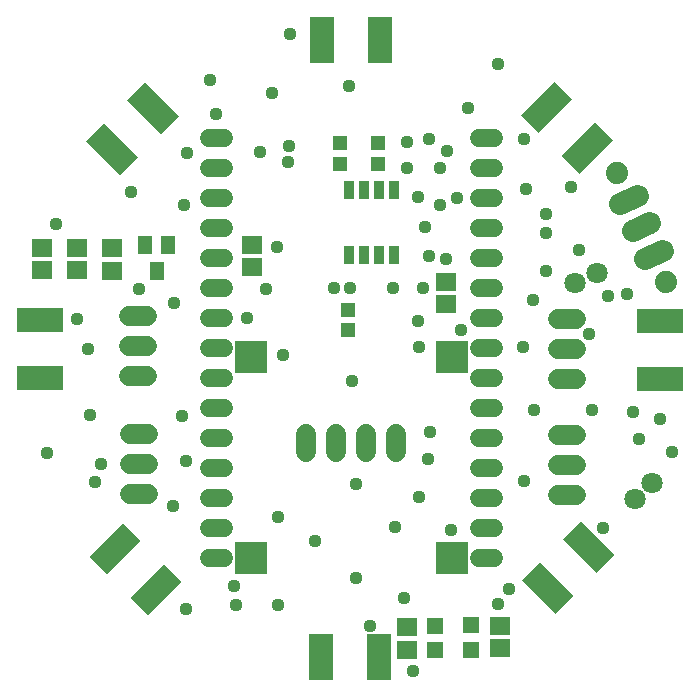
<source format=gbr>
G04 EAGLE Gerber RS-274X export*
G75*
%MOMM*%
%FSLAX34Y34*%
%LPD*%
%INSoldermask Top*%
%IPPOS*%
%AMOC8*
5,1,8,0,0,1.08239X$1,22.5*%
G01*
%ADD10C,1.727200*%
%ADD11R,2.133600X4.013200*%
%ADD12R,4.013200X2.133600*%
%ADD13C,1.511200*%
%ADD14R,2.743200X2.743200*%
%ADD15C,1.803200*%
%ADD16R,1.703200X1.503200*%
%ADD17R,0.903200X1.503200*%
%ADD18R,1.303200X1.203200*%
%ADD19R,1.203200X1.303200*%
%ADD20R,1.403200X1.403200*%
%ADD21C,1.853200*%
%ADD22C,1.879600*%
%ADD23R,1.203200X1.603200*%
%ADD24C,1.117600*%


D10*
X-65989Y322686D02*
X-50749Y322686D01*
X-50749Y297286D02*
X-65989Y297286D01*
X-65989Y271886D02*
X-50749Y271886D01*
X296418Y269566D02*
X311658Y269566D01*
X311658Y294966D02*
X296418Y294966D01*
X296418Y320366D02*
X311658Y320366D01*
X83869Y222654D02*
X83869Y207414D01*
X109269Y207414D02*
X109269Y222654D01*
X134669Y222654D02*
X134669Y207414D01*
X160069Y207414D02*
X160069Y222654D01*
X-50673Y171953D02*
X-65913Y171953D01*
X-65913Y197353D02*
X-50673Y197353D01*
X-50673Y222753D02*
X-65913Y222753D01*
X296880Y171100D02*
X312120Y171100D01*
X312120Y196500D02*
X296880Y196500D01*
X296880Y221900D02*
X312120Y221900D01*
D11*
X96765Y556736D03*
X145787Y556736D03*
D12*
G36*
X265177Y493059D02*
X293554Y521436D01*
X308641Y506349D01*
X280264Y477972D01*
X265177Y493059D01*
G37*
G36*
X299841Y458396D02*
X328218Y486773D01*
X343305Y471686D01*
X314928Y443309D01*
X299841Y458396D01*
G37*
X382884Y318460D03*
X382884Y269438D03*
G36*
X316125Y148998D02*
X344502Y120621D01*
X329415Y105534D01*
X301038Y133911D01*
X316125Y148998D01*
G37*
G36*
X281462Y114334D02*
X309839Y85957D01*
X294752Y70870D01*
X266375Y99247D01*
X281462Y114334D01*
G37*
D11*
X145218Y34449D03*
X96196Y34449D03*
D12*
G36*
X-22083Y97779D02*
X-50460Y69402D01*
X-65547Y84489D01*
X-37170Y112866D01*
X-22083Y97779D01*
G37*
G36*
X-56747Y132443D02*
X-85124Y104066D01*
X-100211Y119153D01*
X-71834Y147530D01*
X-56747Y132443D01*
G37*
X-141441Y270707D03*
X-141441Y319729D03*
G36*
X-74035Y442334D02*
X-102412Y470711D01*
X-87325Y485798D01*
X-58948Y457421D01*
X-74035Y442334D01*
G37*
G36*
X-39371Y476998D02*
X-67748Y505375D01*
X-52661Y520462D01*
X-24284Y492085D01*
X-39371Y476998D01*
G37*
D13*
X966Y473201D02*
X14046Y473201D01*
X14046Y447801D02*
X966Y447801D01*
X966Y422401D02*
X14046Y422401D01*
X14046Y397001D02*
X966Y397001D01*
X966Y371601D02*
X14046Y371601D01*
X14046Y346201D02*
X966Y346201D01*
X966Y320801D02*
X14046Y320801D01*
X14046Y295401D02*
X966Y295401D01*
X966Y270001D02*
X14046Y270001D01*
X14046Y244601D02*
X966Y244601D01*
X966Y219201D02*
X14046Y219201D01*
X14046Y193801D02*
X966Y193801D01*
X966Y168401D02*
X14046Y168401D01*
X14046Y143001D02*
X966Y143001D01*
X966Y117601D02*
X14046Y117601D01*
X229566Y473201D02*
X242646Y473201D01*
X242646Y447801D02*
X229566Y447801D01*
X229566Y422401D02*
X242646Y422401D01*
X242646Y397001D02*
X229566Y397001D01*
X229566Y371601D02*
X242646Y371601D01*
X242646Y346201D02*
X229566Y346201D01*
X229566Y320801D02*
X242646Y320801D01*
X242646Y295401D02*
X229566Y295401D01*
X229566Y270001D02*
X242646Y270001D01*
X242646Y244601D02*
X229566Y244601D01*
X229566Y219201D02*
X242646Y219201D01*
X242646Y193801D02*
X229566Y193801D01*
X229566Y168401D02*
X242646Y168401D01*
X242646Y143001D02*
X229566Y143001D01*
X229566Y117601D02*
X242646Y117601D01*
D14*
X36740Y118157D03*
X36740Y288337D03*
X206920Y118157D03*
X206920Y288337D03*
D15*
X329643Y359146D03*
X311386Y350980D03*
D16*
X37457Y383056D03*
X37457Y364056D03*
X-80420Y361060D03*
X-80420Y380060D03*
X-110270Y380770D03*
X-110270Y361770D03*
X-140380Y380670D03*
X-140380Y361670D03*
D17*
X144850Y374500D03*
X157550Y374500D03*
X132150Y374500D03*
X119450Y374500D03*
X144850Y429500D03*
X157550Y429500D03*
X132150Y429500D03*
X119450Y429500D03*
D16*
X169028Y59486D03*
X169028Y40486D03*
X247900Y60800D03*
X247900Y41800D03*
D18*
X144500Y469000D03*
X144500Y452000D03*
D19*
X119000Y328000D03*
X119000Y311000D03*
X112500Y452000D03*
X112500Y469000D03*
D20*
X192711Y39768D03*
X192711Y60768D03*
X222800Y40100D03*
X222800Y61100D03*
D21*
X370247Y371368D02*
X385321Y378079D01*
X374989Y401283D02*
X359916Y394572D01*
X349585Y417776D02*
X364658Y424487D01*
D22*
X388115Y351519D03*
X346790Y444335D03*
D23*
X-43000Y361000D03*
X-52500Y383000D03*
X-33500Y383000D03*
D16*
X201700Y351800D03*
X201700Y332800D03*
D15*
X362429Y167729D03*
X376571Y181871D03*
D24*
X159000Y144000D03*
X125500Y181000D03*
X206500Y142000D03*
X245700Y79300D03*
X255500Y92000D03*
X59500Y152500D03*
X214500Y311000D03*
X269500Y430500D03*
X178900Y296300D03*
X-95500Y182500D03*
X-18000Y200000D03*
X-101500Y294600D03*
X-99800Y238900D03*
X-58100Y345900D03*
X-20200Y417100D03*
X-17000Y461000D03*
X323300Y307900D03*
X326000Y243400D03*
X276200Y243100D03*
X383300Y235400D03*
X178000Y424000D03*
X169000Y448000D03*
X54500Y512000D03*
X267800Y472400D03*
X246200Y536100D03*
X2500Y522500D03*
X287000Y360600D03*
X220200Y498800D03*
X178700Y318500D03*
X-65000Y428000D03*
X122000Y267500D03*
X-28900Y162100D03*
X70000Y562000D03*
X-128100Y401100D03*
X334800Y143200D03*
X393400Y207800D03*
X211500Y422500D03*
X308200Y432100D03*
X169000Y470500D03*
X268200Y183000D03*
X58500Y381000D03*
X360600Y241400D03*
X91000Y132000D03*
X-135500Y207000D03*
X68000Y453000D03*
X184500Y398000D03*
X33500Y321000D03*
X267000Y296500D03*
X276000Y336500D03*
X179000Y169500D03*
X126000Y101000D03*
X59500Y78000D03*
X24500Y78000D03*
X-18500Y74500D03*
X355000Y341500D03*
X49200Y345700D03*
X173900Y22200D03*
X137600Y60800D03*
X202200Y370800D03*
X365000Y219000D03*
X64000Y290000D03*
X-90000Y197500D03*
X69000Y466500D03*
X107500Y346500D03*
X22500Y94300D03*
X7500Y493500D03*
X44500Y462000D03*
X196500Y448000D03*
X196500Y416500D03*
X-21500Y238000D03*
X187500Y473000D03*
X-28500Y333500D03*
X202500Y463000D03*
X188500Y224500D03*
X186500Y201500D03*
X-110100Y320100D03*
X166500Y84000D03*
X119600Y518000D03*
X182600Y346700D03*
X120500Y346500D03*
X157500Y346500D03*
X314467Y378467D03*
X339200Y340184D03*
X286500Y409500D03*
X187500Y373500D03*
X286800Y393500D03*
M02*

</source>
